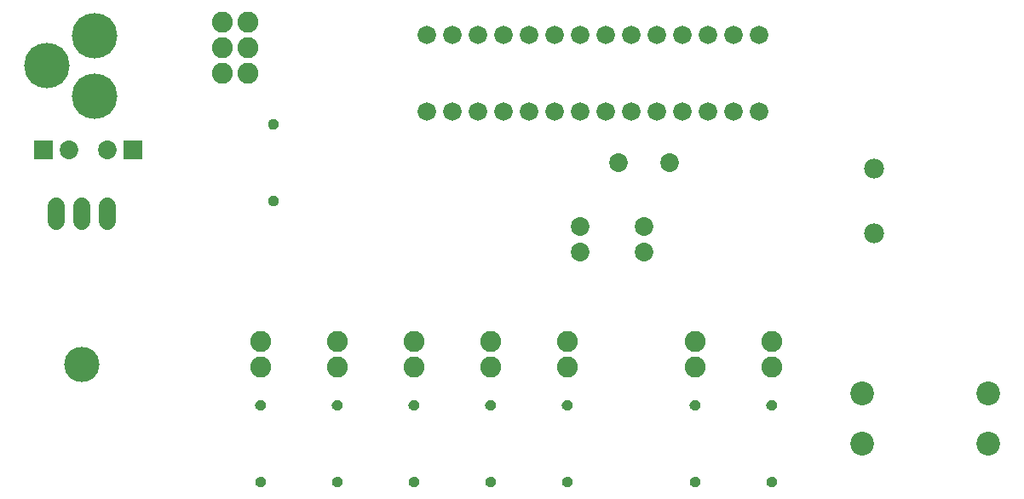
<source format=gts>
G75*
%MOIN*%
%OFA0B0*%
%FSLAX25Y25*%
%IPPOS*%
%LPD*%
%AMOC8*
5,1,8,0,0,1.08239X$1,22.5*
%
%ADD10R,0.07300X0.07300*%
%ADD11C,0.07300*%
%ADD12C,0.08200*%
%ADD13C,0.17800*%
%ADD14C,0.07800*%
%ADD15C,0.00500*%
%ADD16C,0.09300*%
%ADD17C,0.06800*%
%ADD18C,0.13800*%
%ADD19C,0.07200*%
D10*
X0498412Y0176000D03*
X0533255Y0176000D03*
D11*
X0523412Y0176000D03*
X0508255Y0176000D03*
X0708333Y0146000D03*
X0733333Y0146000D03*
X0733333Y0136000D03*
X0708333Y0136000D03*
X0723333Y0171000D03*
X0743333Y0171000D03*
D12*
X0578333Y0206000D03*
X0568333Y0206000D03*
X0568333Y0216000D03*
X0578333Y0216000D03*
X0578333Y0226000D03*
X0568333Y0226000D03*
X0583333Y0101000D03*
X0613333Y0101000D03*
X0613333Y0091000D03*
X0583333Y0091000D03*
X0643333Y0091000D03*
X0673333Y0091000D03*
X0673333Y0101000D03*
X0643333Y0101000D03*
X0703333Y0101000D03*
X0703333Y0091000D03*
X0753333Y0091000D03*
X0753333Y0101000D03*
X0783333Y0101000D03*
X0783333Y0091000D03*
D13*
X0518333Y0197063D03*
X0499829Y0208874D03*
X0518333Y0220685D03*
D14*
X0823333Y0168795D03*
X0823333Y0143205D03*
D15*
X0784090Y0077593D02*
X0784416Y0077384D01*
X0784686Y0077109D01*
X0784889Y0076780D01*
X0785013Y0076414D01*
X0785053Y0076030D01*
X0785019Y0075648D01*
X0784901Y0075284D01*
X0784705Y0074955D01*
X0784441Y0074678D01*
X0784121Y0074467D01*
X0783763Y0074332D01*
X0783383Y0074280D01*
X0782983Y0074315D01*
X0782600Y0074438D01*
X0782254Y0074644D01*
X0781963Y0074921D01*
X0781741Y0075256D01*
X0781599Y0075632D01*
X0781544Y0076030D01*
X0781595Y0076423D01*
X0781732Y0076795D01*
X0781948Y0077127D01*
X0782233Y0077402D01*
X0782572Y0077607D01*
X0782949Y0077732D01*
X0783343Y0077770D01*
X0783727Y0077723D01*
X0784090Y0077593D01*
X0784161Y0077547D02*
X0782473Y0077547D01*
X0781898Y0077049D02*
X0784723Y0077049D01*
X0784967Y0076550D02*
X0781642Y0076550D01*
X0781546Y0076052D02*
X0785051Y0076052D01*
X0784989Y0075553D02*
X0781628Y0075553D01*
X0781874Y0075055D02*
X0784765Y0075055D01*
X0784257Y0074556D02*
X0782401Y0074556D01*
X0755053Y0076030D02*
X0755013Y0076414D01*
X0754889Y0076780D01*
X0754686Y0077109D01*
X0754416Y0077384D01*
X0754090Y0077593D01*
X0753727Y0077723D01*
X0753343Y0077770D01*
X0752949Y0077732D01*
X0752572Y0077607D01*
X0752233Y0077402D01*
X0751948Y0077127D01*
X0751732Y0076795D01*
X0751595Y0076423D01*
X0751544Y0076030D01*
X0751599Y0075632D01*
X0751741Y0075256D01*
X0751963Y0074921D01*
X0752254Y0074644D01*
X0752600Y0074438D01*
X0752983Y0074315D01*
X0753383Y0074280D01*
X0753763Y0074332D01*
X0754121Y0074467D01*
X0754441Y0074678D01*
X0754705Y0074955D01*
X0754901Y0075284D01*
X0755019Y0075648D01*
X0755053Y0076030D01*
X0755051Y0076052D02*
X0751546Y0076052D01*
X0751628Y0075553D02*
X0754989Y0075553D01*
X0754765Y0075055D02*
X0751874Y0075055D01*
X0752401Y0074556D02*
X0754257Y0074556D01*
X0754967Y0076550D02*
X0751642Y0076550D01*
X0751898Y0077049D02*
X0754723Y0077049D01*
X0754161Y0077547D02*
X0752473Y0077547D01*
X0705053Y0076030D02*
X0705013Y0076414D01*
X0704889Y0076780D01*
X0704686Y0077109D01*
X0704416Y0077384D01*
X0704090Y0077593D01*
X0703727Y0077723D01*
X0703343Y0077770D01*
X0702949Y0077732D01*
X0702572Y0077607D01*
X0702233Y0077402D01*
X0701948Y0077127D01*
X0701732Y0076795D01*
X0701595Y0076423D01*
X0701544Y0076030D01*
X0701599Y0075632D01*
X0701741Y0075256D01*
X0701963Y0074921D01*
X0702254Y0074644D01*
X0702600Y0074438D01*
X0702983Y0074315D01*
X0703383Y0074280D01*
X0703763Y0074332D01*
X0704121Y0074467D01*
X0704441Y0074678D01*
X0704705Y0074955D01*
X0704901Y0075284D01*
X0705019Y0075648D01*
X0705053Y0076030D01*
X0705051Y0076052D02*
X0701546Y0076052D01*
X0701628Y0075553D02*
X0704989Y0075553D01*
X0704765Y0075055D02*
X0701874Y0075055D01*
X0702401Y0074556D02*
X0704257Y0074556D01*
X0704967Y0076550D02*
X0701642Y0076550D01*
X0701898Y0077049D02*
X0704723Y0077049D01*
X0704161Y0077547D02*
X0702473Y0077547D01*
X0675053Y0076030D02*
X0675013Y0076414D01*
X0674889Y0076780D01*
X0674686Y0077109D01*
X0674416Y0077384D01*
X0674090Y0077593D01*
X0673727Y0077723D01*
X0673343Y0077770D01*
X0672949Y0077732D01*
X0672572Y0077607D01*
X0672233Y0077402D01*
X0671948Y0077127D01*
X0671732Y0076795D01*
X0671595Y0076423D01*
X0671544Y0076030D01*
X0671599Y0075632D01*
X0671741Y0075256D01*
X0671963Y0074921D01*
X0672254Y0074644D01*
X0672600Y0074438D01*
X0672983Y0074315D01*
X0673383Y0074280D01*
X0673763Y0074332D01*
X0674121Y0074467D01*
X0674441Y0074678D01*
X0674705Y0074955D01*
X0674901Y0075284D01*
X0675019Y0075648D01*
X0675053Y0076030D01*
X0675051Y0076052D02*
X0671546Y0076052D01*
X0671628Y0075553D02*
X0674989Y0075553D01*
X0674765Y0075055D02*
X0671874Y0075055D01*
X0672401Y0074556D02*
X0674257Y0074556D01*
X0674967Y0076550D02*
X0671642Y0076550D01*
X0671898Y0077049D02*
X0674723Y0077049D01*
X0674161Y0077547D02*
X0672473Y0077547D01*
X0645053Y0076030D02*
X0645013Y0076414D01*
X0644889Y0076780D01*
X0644686Y0077109D01*
X0644416Y0077384D01*
X0644090Y0077593D01*
X0643727Y0077723D01*
X0643343Y0077770D01*
X0642949Y0077732D01*
X0642572Y0077607D01*
X0642233Y0077402D01*
X0641948Y0077127D01*
X0641732Y0076795D01*
X0641595Y0076423D01*
X0641544Y0076030D01*
X0641599Y0075632D01*
X0641741Y0075256D01*
X0641963Y0074921D01*
X0642254Y0074644D01*
X0642600Y0074438D01*
X0642983Y0074315D01*
X0643383Y0074280D01*
X0643763Y0074332D01*
X0644121Y0074467D01*
X0644441Y0074678D01*
X0644705Y0074955D01*
X0644901Y0075284D01*
X0645019Y0075648D01*
X0645053Y0076030D01*
X0645051Y0076052D02*
X0641546Y0076052D01*
X0641628Y0075553D02*
X0644989Y0075553D01*
X0644765Y0075055D02*
X0641874Y0075055D01*
X0642401Y0074556D02*
X0644257Y0074556D01*
X0644967Y0076550D02*
X0641642Y0076550D01*
X0641898Y0077049D02*
X0644723Y0077049D01*
X0644161Y0077547D02*
X0642473Y0077547D01*
X0615053Y0076030D02*
X0615013Y0076414D01*
X0614889Y0076780D01*
X0614686Y0077109D01*
X0614416Y0077384D01*
X0614090Y0077593D01*
X0613727Y0077723D01*
X0613343Y0077770D01*
X0612949Y0077732D01*
X0612572Y0077607D01*
X0612233Y0077402D01*
X0611948Y0077127D01*
X0611732Y0076795D01*
X0611595Y0076423D01*
X0611544Y0076030D01*
X0611599Y0075632D01*
X0611741Y0075256D01*
X0611963Y0074921D01*
X0612254Y0074644D01*
X0612600Y0074438D01*
X0612983Y0074315D01*
X0613383Y0074280D01*
X0613763Y0074332D01*
X0614121Y0074467D01*
X0614441Y0074678D01*
X0614705Y0074955D01*
X0614901Y0075284D01*
X0615019Y0075648D01*
X0615053Y0076030D01*
X0615051Y0076052D02*
X0611546Y0076052D01*
X0611628Y0075553D02*
X0614989Y0075553D01*
X0614765Y0075055D02*
X0611874Y0075055D01*
X0612401Y0074556D02*
X0614257Y0074556D01*
X0614967Y0076550D02*
X0611642Y0076550D01*
X0611898Y0077049D02*
X0614723Y0077049D01*
X0614161Y0077547D02*
X0612473Y0077547D01*
X0585053Y0076030D02*
X0585013Y0076414D01*
X0584889Y0076780D01*
X0584686Y0077109D01*
X0584416Y0077384D01*
X0584090Y0077593D01*
X0583727Y0077723D01*
X0583343Y0077770D01*
X0582949Y0077732D01*
X0582572Y0077607D01*
X0582233Y0077402D01*
X0581948Y0077127D01*
X0581732Y0076795D01*
X0581595Y0076423D01*
X0581544Y0076030D01*
X0581599Y0075632D01*
X0581741Y0075256D01*
X0581963Y0074921D01*
X0582254Y0074644D01*
X0582600Y0074438D01*
X0582983Y0074315D01*
X0583383Y0074280D01*
X0583763Y0074332D01*
X0584121Y0074467D01*
X0584441Y0074678D01*
X0584705Y0074955D01*
X0584901Y0075284D01*
X0585019Y0075648D01*
X0585053Y0076030D01*
X0585051Y0076052D02*
X0581546Y0076052D01*
X0581628Y0075553D02*
X0584989Y0075553D01*
X0584765Y0075055D02*
X0581874Y0075055D01*
X0582401Y0074556D02*
X0584257Y0074556D01*
X0584967Y0076550D02*
X0581642Y0076550D01*
X0581898Y0077049D02*
X0584723Y0077049D01*
X0584161Y0077547D02*
X0582473Y0077547D01*
X0583373Y0047740D02*
X0583757Y0047693D01*
X0584120Y0047563D01*
X0584445Y0047354D01*
X0584716Y0047079D01*
X0584919Y0046750D01*
X0585043Y0046384D01*
X0585083Y0046000D01*
X0585049Y0045618D01*
X0584931Y0045254D01*
X0584735Y0044925D01*
X0584471Y0044648D01*
X0584151Y0044437D01*
X0583793Y0044302D01*
X0583413Y0044250D01*
X0583013Y0044285D01*
X0582630Y0044408D01*
X0582284Y0044614D01*
X0581993Y0044891D01*
X0581771Y0045226D01*
X0581628Y0045602D01*
X0581573Y0046000D01*
X0581625Y0046393D01*
X0581762Y0046765D01*
X0581978Y0047097D01*
X0582263Y0047372D01*
X0582602Y0047577D01*
X0582979Y0047702D01*
X0583373Y0047740D01*
X0583914Y0047637D02*
X0582781Y0047637D01*
X0582021Y0047138D02*
X0584658Y0047138D01*
X0584956Y0046640D02*
X0581716Y0046640D01*
X0581592Y0046141D02*
X0585069Y0046141D01*
X0585052Y0045643D02*
X0581623Y0045643D01*
X0581825Y0045144D02*
X0584866Y0045144D01*
X0584467Y0044646D02*
X0582251Y0044646D01*
X0611573Y0046000D02*
X0611625Y0046393D01*
X0611762Y0046765D01*
X0611978Y0047097D01*
X0612263Y0047372D01*
X0612602Y0047577D01*
X0612979Y0047702D01*
X0613373Y0047740D01*
X0613757Y0047693D01*
X0614120Y0047563D01*
X0614445Y0047354D01*
X0614716Y0047079D01*
X0614919Y0046750D01*
X0615043Y0046384D01*
X0615083Y0046000D01*
X0615049Y0045618D01*
X0614931Y0045254D01*
X0614735Y0044925D01*
X0614471Y0044648D01*
X0614151Y0044437D01*
X0613793Y0044302D01*
X0613413Y0044250D01*
X0613013Y0044285D01*
X0612630Y0044408D01*
X0612284Y0044614D01*
X0611993Y0044891D01*
X0611771Y0045226D01*
X0611628Y0045602D01*
X0611573Y0046000D01*
X0611592Y0046141D02*
X0615069Y0046141D01*
X0615052Y0045643D02*
X0611623Y0045643D01*
X0611825Y0045144D02*
X0614866Y0045144D01*
X0614467Y0044646D02*
X0612251Y0044646D01*
X0611716Y0046640D02*
X0614956Y0046640D01*
X0614658Y0047138D02*
X0612021Y0047138D01*
X0612781Y0047637D02*
X0613914Y0047637D01*
X0641573Y0046000D02*
X0641625Y0046393D01*
X0641762Y0046765D01*
X0641978Y0047097D01*
X0642263Y0047372D01*
X0642602Y0047577D01*
X0642979Y0047702D01*
X0643373Y0047740D01*
X0643757Y0047693D01*
X0644120Y0047563D01*
X0644445Y0047354D01*
X0644716Y0047079D01*
X0644919Y0046750D01*
X0645043Y0046384D01*
X0645083Y0046000D01*
X0645049Y0045618D01*
X0644931Y0045254D01*
X0644735Y0044925D01*
X0644471Y0044648D01*
X0644151Y0044437D01*
X0643793Y0044302D01*
X0643413Y0044250D01*
X0643013Y0044285D01*
X0642630Y0044408D01*
X0642284Y0044614D01*
X0641993Y0044891D01*
X0641771Y0045226D01*
X0641628Y0045602D01*
X0641573Y0046000D01*
X0641592Y0046141D02*
X0645069Y0046141D01*
X0645052Y0045643D02*
X0641623Y0045643D01*
X0641825Y0045144D02*
X0644866Y0045144D01*
X0644467Y0044646D02*
X0642251Y0044646D01*
X0641716Y0046640D02*
X0644956Y0046640D01*
X0644658Y0047138D02*
X0642021Y0047138D01*
X0642781Y0047637D02*
X0643914Y0047637D01*
X0671573Y0046000D02*
X0671625Y0046393D01*
X0671762Y0046765D01*
X0671978Y0047097D01*
X0672263Y0047372D01*
X0672602Y0047577D01*
X0672979Y0047702D01*
X0673373Y0047740D01*
X0673757Y0047693D01*
X0674120Y0047563D01*
X0674445Y0047354D01*
X0674716Y0047079D01*
X0674919Y0046750D01*
X0675043Y0046384D01*
X0675083Y0046000D01*
X0675049Y0045618D01*
X0674931Y0045254D01*
X0674735Y0044925D01*
X0674471Y0044648D01*
X0674151Y0044437D01*
X0673793Y0044302D01*
X0673413Y0044250D01*
X0673013Y0044285D01*
X0672630Y0044408D01*
X0672284Y0044614D01*
X0671993Y0044891D01*
X0671771Y0045226D01*
X0671628Y0045602D01*
X0671573Y0046000D01*
X0671592Y0046141D02*
X0675069Y0046141D01*
X0675052Y0045643D02*
X0671623Y0045643D01*
X0671825Y0045144D02*
X0674866Y0045144D01*
X0674467Y0044646D02*
X0672251Y0044646D01*
X0671716Y0046640D02*
X0674956Y0046640D01*
X0674658Y0047138D02*
X0672021Y0047138D01*
X0672781Y0047637D02*
X0673914Y0047637D01*
X0701573Y0046000D02*
X0701625Y0046393D01*
X0701762Y0046765D01*
X0701978Y0047097D01*
X0702263Y0047372D01*
X0702602Y0047577D01*
X0702979Y0047702D01*
X0703373Y0047740D01*
X0703757Y0047693D01*
X0704120Y0047563D01*
X0704445Y0047354D01*
X0704716Y0047079D01*
X0704919Y0046750D01*
X0705043Y0046384D01*
X0705083Y0046000D01*
X0705049Y0045618D01*
X0704931Y0045254D01*
X0704735Y0044925D01*
X0704471Y0044648D01*
X0704151Y0044437D01*
X0703793Y0044302D01*
X0703413Y0044250D01*
X0703013Y0044285D01*
X0702630Y0044408D01*
X0702284Y0044614D01*
X0701993Y0044891D01*
X0701771Y0045226D01*
X0701628Y0045602D01*
X0701573Y0046000D01*
X0701592Y0046141D02*
X0705069Y0046141D01*
X0705052Y0045643D02*
X0701623Y0045643D01*
X0701825Y0045144D02*
X0704866Y0045144D01*
X0704467Y0044646D02*
X0702251Y0044646D01*
X0701716Y0046640D02*
X0704956Y0046640D01*
X0704658Y0047138D02*
X0702021Y0047138D01*
X0702781Y0047637D02*
X0703914Y0047637D01*
X0751573Y0046000D02*
X0751625Y0046393D01*
X0751762Y0046765D01*
X0751978Y0047097D01*
X0752263Y0047372D01*
X0752602Y0047577D01*
X0752979Y0047702D01*
X0753373Y0047740D01*
X0753757Y0047693D01*
X0754120Y0047563D01*
X0754445Y0047354D01*
X0754716Y0047079D01*
X0754919Y0046750D01*
X0755043Y0046384D01*
X0755083Y0046000D01*
X0755049Y0045618D01*
X0754931Y0045254D01*
X0754735Y0044925D01*
X0754471Y0044648D01*
X0754151Y0044437D01*
X0753793Y0044302D01*
X0753413Y0044250D01*
X0753013Y0044285D01*
X0752630Y0044408D01*
X0752284Y0044614D01*
X0751993Y0044891D01*
X0751771Y0045226D01*
X0751628Y0045602D01*
X0751573Y0046000D01*
X0751592Y0046141D02*
X0755069Y0046141D01*
X0755052Y0045643D02*
X0751623Y0045643D01*
X0751825Y0045144D02*
X0754866Y0045144D01*
X0754467Y0044646D02*
X0752251Y0044646D01*
X0751716Y0046640D02*
X0754956Y0046640D01*
X0754658Y0047138D02*
X0752021Y0047138D01*
X0752781Y0047637D02*
X0753914Y0047637D01*
X0781573Y0046000D02*
X0781625Y0046393D01*
X0781762Y0046765D01*
X0781978Y0047097D01*
X0782263Y0047372D01*
X0782602Y0047577D01*
X0782979Y0047702D01*
X0783373Y0047740D01*
X0783757Y0047693D01*
X0784120Y0047563D01*
X0784445Y0047354D01*
X0784716Y0047079D01*
X0784919Y0046750D01*
X0785043Y0046384D01*
X0785083Y0046000D01*
X0785049Y0045618D01*
X0784931Y0045254D01*
X0784735Y0044925D01*
X0784471Y0044648D01*
X0784151Y0044437D01*
X0783793Y0044302D01*
X0783413Y0044250D01*
X0783013Y0044285D01*
X0782630Y0044408D01*
X0782284Y0044614D01*
X0781993Y0044891D01*
X0781771Y0045226D01*
X0781628Y0045602D01*
X0781573Y0046000D01*
X0781592Y0046141D02*
X0785069Y0046141D01*
X0785052Y0045643D02*
X0781623Y0045643D01*
X0781825Y0045144D02*
X0784866Y0045144D01*
X0784467Y0044646D02*
X0782251Y0044646D01*
X0781716Y0046640D02*
X0784956Y0046640D01*
X0784658Y0047138D02*
X0782021Y0047138D01*
X0782781Y0047637D02*
X0783914Y0047637D01*
X0589935Y0155205D02*
X0589718Y0154873D01*
X0589433Y0154598D01*
X0589094Y0154393D01*
X0588718Y0154268D01*
X0588323Y0154230D01*
X0587940Y0154277D01*
X0587576Y0154407D01*
X0587251Y0154616D01*
X0586980Y0154891D01*
X0586778Y0155220D01*
X0586653Y0155586D01*
X0586613Y0155970D01*
X0586647Y0156352D01*
X0586765Y0156716D01*
X0586961Y0157045D01*
X0587226Y0157322D01*
X0587545Y0157533D01*
X0587904Y0157668D01*
X0588283Y0157720D01*
X0588684Y0157685D01*
X0589067Y0157562D01*
X0589412Y0157356D01*
X0589704Y0157079D01*
X0589926Y0156744D01*
X0590068Y0156368D01*
X0590123Y0155970D01*
X0590072Y0155577D01*
X0589935Y0155205D01*
X0589975Y0155315D02*
X0586745Y0155315D01*
X0586630Y0155814D02*
X0590103Y0155814D01*
X0590076Y0156312D02*
X0586644Y0156312D01*
X0586822Y0156811D02*
X0589882Y0156811D01*
X0589462Y0157309D02*
X0587213Y0157309D01*
X0587054Y0154817D02*
X0589660Y0154817D01*
X0588870Y0154318D02*
X0587825Y0154318D01*
X0588294Y0184260D02*
X0587910Y0184307D01*
X0587547Y0184437D01*
X0587221Y0184646D01*
X0586950Y0184921D01*
X0586748Y0185250D01*
X0586623Y0185616D01*
X0586583Y0186000D01*
X0586617Y0186382D01*
X0586735Y0186746D01*
X0586931Y0187075D01*
X0587196Y0187352D01*
X0587515Y0187563D01*
X0587874Y0187698D01*
X0588253Y0187750D01*
X0588654Y0187715D01*
X0589037Y0187592D01*
X0589382Y0187386D01*
X0589674Y0187109D01*
X0589896Y0186774D01*
X0590038Y0186398D01*
X0590093Y0186000D01*
X0590042Y0185607D01*
X0589905Y0185235D01*
X0589688Y0184903D01*
X0589403Y0184628D01*
X0589064Y0184423D01*
X0588688Y0184298D01*
X0588294Y0184260D01*
X0587141Y0184727D02*
X0589507Y0184727D01*
X0589899Y0185226D02*
X0586763Y0185226D01*
X0586612Y0185724D02*
X0590057Y0185724D01*
X0590062Y0186223D02*
X0586603Y0186223D01*
X0586727Y0186721D02*
X0589916Y0186721D01*
X0589557Y0187220D02*
X0587070Y0187220D01*
X0588022Y0187718D02*
X0588614Y0187718D01*
D16*
X0818727Y0080843D03*
X0867940Y0080843D03*
X0867940Y0061157D03*
X0818727Y0061157D03*
D17*
X0503333Y0148000D02*
X0503333Y0154000D01*
X0513333Y0154000D02*
X0513333Y0148000D01*
X0523333Y0148000D02*
X0523333Y0154000D01*
D18*
X0513333Y0092000D03*
D19*
X0648333Y0191000D03*
X0658333Y0191000D03*
X0668333Y0191000D03*
X0678333Y0191000D03*
X0688333Y0191000D03*
X0698333Y0191000D03*
X0708333Y0191000D03*
X0718333Y0191000D03*
X0728333Y0191000D03*
X0738333Y0191000D03*
X0748333Y0191000D03*
X0758333Y0191000D03*
X0768333Y0191000D03*
X0778333Y0191000D03*
X0778333Y0221000D03*
X0768333Y0221000D03*
X0758333Y0221000D03*
X0748333Y0221000D03*
X0738333Y0221000D03*
X0728333Y0221000D03*
X0718333Y0221000D03*
X0708333Y0221000D03*
X0698333Y0221000D03*
X0688333Y0221000D03*
X0678333Y0221000D03*
X0668333Y0221000D03*
X0658333Y0221000D03*
X0648333Y0221000D03*
M02*

</source>
